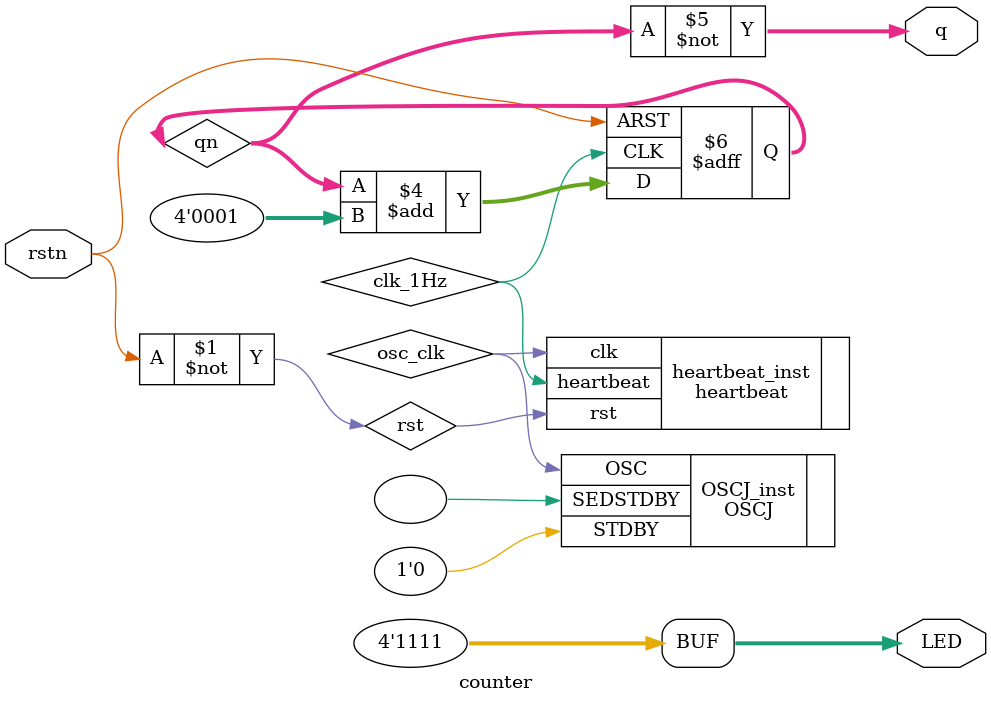
<source format=v>
module counter(rstn, q, LED);
	input  rstn;
	output  [3:0] q;
	output  [4:7] LED;
	
	wire clk_1Hz;
	wire rst;
	wire osc_clk; // Internal OSCILLATOR clock
	reg [3:0] qn; 
	assign LED = 4'b1111; // svÈLED(D2`D5)ðÁ
	assign rst = ~rstn;
	
	always @(posedge clk_1Hz or posedge rst) begin
		if (rst==1'b1)
			qn <= 4'h0;
		else
			qn <= qn + 4'h1;
		
	end

	defparam OSCJ_inst.NOM_FREQ = "12.09"; // XO3D sample as is  
	OSCJ OSCJ_inst( 
		.STDBY(1'b0), // 0=Enabled, 1=Disabled
		.OSC(osc_clk),
		.SEDSTDBY()
		);
		
	heartbeat #(.clk_freq (12000000)) // PHz¶¬: XO3D TvR[hæèqØ
    heartbeat_inst (
        .clk        (osc_clk),
        .rst        (rst),
        .heartbeat  (clk_1Hz)
        );

	assign q = ~qn;
endmodule
</source>
